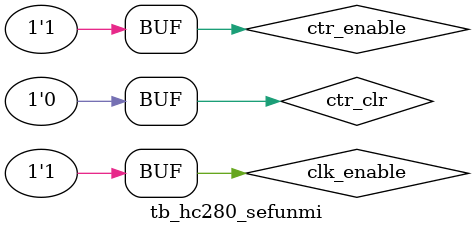
<source format=v>


`timescale 1ns/100ps

module tb_hc280_sefunmi();
   reg        clk_enable;	// Locally-created clock enable signal
   reg        ctr_enable;	// Locally-created counter enable signal
   reg        ctr_clr;		// Locally-created counter clear signal
   wire       clk_out;		// Clock produced by the clk module
   wire [8:0] count1;	// Counter outputs for the two 4-bit counters

// Instantiate the clock generator with a period of 100 ns
   clk #(100) clk1(clk_enable, clk_out);

// Intantiate two versions of the counter. ctr1 uses the default values.
   counter9bit_sefunmi          ctr1(ctr_enable, ctr_clr, clk_out, count1);

// Intantiate two versions of the counter. ctr1 uses the default values.
   hc280_sefunmi hc280(count1, even, odd);

// Sequence the ENABLE and CLR signals
   initial begin
      clk_enable = 1;
      ctr_enable = 0;
      ctr_clr = 0;
      #10  ctr_clr = 1;
      #40  ctr_clr = 0;
      #50  ctr_enable = 1;
   end
endmodule
</source>
